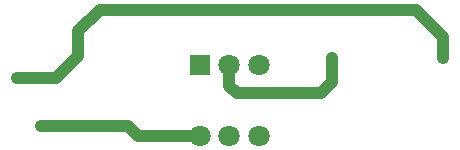
<source format=gbr>
%TF.GenerationSoftware,KiCad,Pcbnew,8.0.8*%
%TF.CreationDate,2025-03-16T01:19:43+08:00*%
%TF.ProjectId,TwoWayAudioSwitch-V1,54776f57-6179-4417-9564-696f53776974,rev?*%
%TF.SameCoordinates,Original*%
%TF.FileFunction,Copper,L2,Bot*%
%TF.FilePolarity,Positive*%
%FSLAX46Y46*%
G04 Gerber Fmt 4.6, Leading zero omitted, Abs format (unit mm)*
G04 Created by KiCad (PCBNEW 8.0.8) date 2025-03-16 01:19:43*
%MOMM*%
%LPD*%
G01*
G04 APERTURE LIST*
%TA.AperFunction,ComponentPad*%
%ADD10R,1.800000X1.800000*%
%TD*%
%TA.AperFunction,ComponentPad*%
%ADD11C,1.800000*%
%TD*%
%TA.AperFunction,ViaPad*%
%ADD12C,0.600000*%
%TD*%
%TA.AperFunction,Conductor*%
%ADD13C,1.000000*%
%TD*%
G04 APERTURE END LIST*
D10*
%TO.P,SW2,1,A*%
%TO.N,Net-(J2-PadT)*%
X128172200Y-72136000D03*
D11*
%TO.P,SW2,2,B*%
%TO.N,Net-(J3-PadT)*%
X130672200Y-72136000D03*
%TO.P,SW2,3,C*%
%TO.N,Net-(J1-PadT)*%
X133172200Y-72136000D03*
%TO.P,SW2,4,A*%
%TO.N,Net-(J2-PadR)*%
X128172200Y-78136000D03*
%TO.P,SW2,5,B*%
%TO.N,Net-(J3-PadR)*%
X130672200Y-78136000D03*
%TO.P,SW2,6,C*%
%TO.N,Net-(J1-PadR)*%
X133172200Y-78136000D03*
%TD*%
D12*
%TO.N,Net-(J1-PadS)*%
X148811800Y-71585600D03*
X112697800Y-73279000D03*
%TO.N,Net-(J3-PadT)*%
X139420600Y-71577200D03*
%TO.N,Net-(J2-PadR)*%
X114731800Y-77292200D03*
%TD*%
D13*
%TO.N,Net-(J1-PadS)*%
X148811800Y-69741600D02*
X148811800Y-71585600D01*
X146532600Y-67462400D02*
X148811800Y-69741600D01*
X119710200Y-67462400D02*
X146532600Y-67462400D01*
X117881400Y-71374000D02*
X117881400Y-69291200D01*
X117881400Y-69291200D02*
X119710200Y-67462400D01*
X115976400Y-73279000D02*
X117881400Y-71374000D01*
X112697800Y-73279000D02*
X115976400Y-73279000D01*
%TO.N,Net-(J3-PadT)*%
X130672200Y-73903200D02*
X130672200Y-72136000D01*
X138480800Y-74549000D02*
X131318000Y-74549000D01*
X131318000Y-74549000D02*
X130672200Y-73903200D01*
X139420600Y-71577200D02*
X139420600Y-73609200D01*
X139420600Y-73609200D02*
X138480800Y-74549000D01*
%TO.N,Net-(J2-PadR)*%
X122967000Y-78136000D02*
X128172200Y-78136000D01*
X122123200Y-77292200D02*
X122967000Y-78136000D01*
X114731800Y-77292200D02*
X122123200Y-77292200D01*
%TD*%
M02*

</source>
